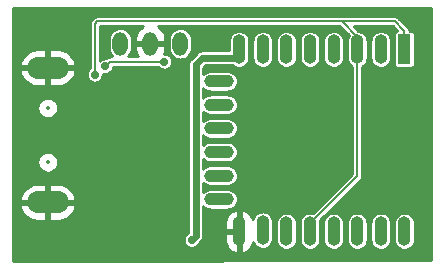
<source format=gbr>
%TF.GenerationSoftware,KiCad,Pcbnew,(5.1.10)-1*%
%TF.CreationDate,2021-10-24T22:50:07+08:00*%
%TF.ProjectId,ESP8266_Wakener,45535038-3236-4365-9f57-616b656e6572,rev?*%
%TF.SameCoordinates,Original*%
%TF.FileFunction,Copper,L2,Bot*%
%TF.FilePolarity,Positive*%
%FSLAX46Y46*%
G04 Gerber Fmt 4.6, Leading zero omitted, Abs format (unit mm)*
G04 Created by KiCad (PCBNEW (5.1.10)-1) date 2021-10-24 22:50:07*
%MOMM*%
%LPD*%
G01*
G04 APERTURE LIST*
%TA.AperFunction,ComponentPad*%
%ADD10O,3.500000X1.900000*%
%TD*%
%TA.AperFunction,ComponentPad*%
%ADD11O,1.300000X2.000000*%
%TD*%
%TA.AperFunction,ComponentPad*%
%ADD12O,2.500000X1.100000*%
%TD*%
%TA.AperFunction,ComponentPad*%
%ADD13O,1.100000X2.500000*%
%TD*%
%TA.AperFunction,ComponentPad*%
%ADD14R,1.100000X2.500000*%
%TD*%
%TA.AperFunction,ViaPad*%
%ADD15C,0.700000*%
%TD*%
%TA.AperFunction,Conductor*%
%ADD16C,0.200000*%
%TD*%
%TA.AperFunction,Conductor*%
%ADD17C,0.600000*%
%TD*%
%TA.AperFunction,Conductor*%
%ADD18C,0.254000*%
%TD*%
%TA.AperFunction,Conductor*%
%ADD19C,0.350000*%
%TD*%
%ADD20C,0.350000*%
%ADD21O,2.500000X0.900000*%
G04 APERTURE END LIST*
D10*
%TO.P,J1,5*%
%TO.N,GND*%
X87900000Y-92800000D03*
X87900000Y-104200000D03*
%TD*%
D11*
%TO.P,S1,3*%
%TO.N,N/C*%
X94042000Y-90774000D03*
%TO.P,S1,2*%
%TO.N,GND*%
X96582000Y-90774000D03*
%TO.P,S1,1*%
%TO.N,/SW*%
X99122000Y-90774000D03*
%TD*%
D12*
%TO.P,U2,22*%
%TO.N,N/C*%
X102410000Y-103938000D03*
%TO.P,U2,21*%
X102410000Y-101938000D03*
%TO.P,U2,20*%
X102410000Y-99938000D03*
%TO.P,U2,19*%
X102410000Y-97938000D03*
%TO.P,U2,18*%
X102410000Y-95938000D03*
%TO.P,U2,17*%
X102410000Y-93938000D03*
D13*
%TO.P,U2,16*%
X118110000Y-106648000D03*
%TO.P,U2,15*%
X116110000Y-106648000D03*
%TO.P,U2,14*%
X114110000Y-106648000D03*
%TO.P,U2,13*%
X112110000Y-106648000D03*
%TO.P,U2,12*%
%TO.N,/PULL_UP*%
X110110000Y-106648000D03*
%TO.P,U2,11*%
%TO.N,N/C*%
X108110000Y-106648000D03*
%TO.P,U2,10*%
%TO.N,Net-(R2-Pad2)*%
X106110000Y-106548000D03*
%TO.P,U2,9*%
%TO.N,GND*%
X104110000Y-106648000D03*
%TO.P,U2,8*%
%TO.N,/3.3V*%
X104110000Y-91248000D03*
%TO.P,U2,7*%
%TO.N,/SW*%
X106110000Y-91248000D03*
%TO.P,U2,6*%
%TO.N,N/C*%
X108110000Y-91248000D03*
%TO.P,U2,5*%
X110110000Y-91248000D03*
%TO.P,U2,4*%
X112110000Y-91248000D03*
%TO.P,U2,3*%
%TO.N,/PULL_UP*%
X114110000Y-91248000D03*
%TO.P,U2,2*%
%TO.N,N/C*%
X116110000Y-91248000D03*
D14*
%TO.P,U2,1*%
%TO.N,/PULL_UP*%
X118110000Y-91248000D03*
%TD*%
D15*
%TO.N,/PULL_UP*%
X91882000Y-93374000D03*
%TO.N,/3.3V*%
X92782000Y-92674000D03*
X97782000Y-92274000D03*
X100082000Y-107374000D03*
%TD*%
D16*
%TO.N,/PULL_UP*%
X91882000Y-93374000D02*
X91882000Y-89074000D01*
X91882000Y-89074000D02*
X92082000Y-88874000D01*
X92082000Y-88874000D02*
X112782000Y-88874000D01*
X114110000Y-90202000D02*
X114110000Y-91948000D01*
X112782000Y-88874000D02*
X114110000Y-90202000D01*
X114110000Y-101948000D02*
X110110000Y-105948000D01*
X114110000Y-91948000D02*
X114110000Y-101948000D01*
X112782000Y-88874000D02*
X117282000Y-88874000D01*
X118110000Y-89702000D02*
X118110000Y-91948000D01*
X117282000Y-88874000D02*
X118110000Y-89702000D01*
%TO.N,/3.3V*%
X93182000Y-92274000D02*
X97782000Y-92274000D01*
X92782000Y-92674000D02*
X93182000Y-92274000D01*
D17*
X100431999Y-107024001D02*
X100431999Y-92524001D01*
X100082000Y-107374000D02*
X100431999Y-107024001D01*
X101008000Y-91948000D02*
X104110000Y-91948000D01*
X100431999Y-92524001D02*
X101008000Y-91948000D01*
%TD*%
D18*
%TO.N,GND*%
X120355000Y-109120309D02*
X84934000Y-109121984D01*
X84934000Y-107307321D01*
X99405000Y-107307321D01*
X99405000Y-107440679D01*
X99431016Y-107571474D01*
X99482050Y-107694680D01*
X99556140Y-107805563D01*
X99650437Y-107899860D01*
X99761320Y-107973950D01*
X99884526Y-108024984D01*
X100015321Y-108051000D01*
X100148679Y-108051000D01*
X100279474Y-108024984D01*
X100402680Y-107973950D01*
X100513563Y-107899860D01*
X100607860Y-107805563D01*
X100681950Y-107694680D01*
X100705935Y-107636776D01*
X100853573Y-107489138D01*
X100877500Y-107469502D01*
X100955852Y-107374029D01*
X101014074Y-107265104D01*
X101049926Y-107146914D01*
X101058999Y-107054795D01*
X101058999Y-107054794D01*
X101062032Y-107024002D01*
X101058999Y-106993210D01*
X101058999Y-106775000D01*
X102925000Y-106775000D01*
X102925000Y-107475000D01*
X102972546Y-107703742D01*
X103063804Y-107918813D01*
X103195266Y-108111948D01*
X103361881Y-108275725D01*
X103557246Y-108403850D01*
X103773853Y-108491399D01*
X103800256Y-108491803D01*
X103983000Y-108366361D01*
X103983000Y-106775000D01*
X102925000Y-106775000D01*
X101058999Y-106775000D01*
X101058999Y-105821000D01*
X102925000Y-105821000D01*
X102925000Y-106521000D01*
X103983000Y-106521000D01*
X103983000Y-104929639D01*
X104237000Y-104929639D01*
X104237000Y-106521000D01*
X104257000Y-106521000D01*
X104257000Y-106775000D01*
X104237000Y-106775000D01*
X104237000Y-108366361D01*
X104419744Y-108491803D01*
X104446147Y-108491399D01*
X104662754Y-108403850D01*
X104858119Y-108275725D01*
X105024734Y-108111948D01*
X105156196Y-107918813D01*
X105247454Y-107703742D01*
X105281744Y-107538774D01*
X105295838Y-107585236D01*
X105377273Y-107737591D01*
X105486867Y-107871133D01*
X105620408Y-107980727D01*
X105772763Y-108062162D01*
X105938078Y-108112310D01*
X106110000Y-108129243D01*
X106281921Y-108112310D01*
X106447236Y-108062162D01*
X106599591Y-107980727D01*
X106733133Y-107871133D01*
X106842727Y-107737592D01*
X106924162Y-107585237D01*
X106974310Y-107419922D01*
X106977150Y-107391078D01*
X107233000Y-107391078D01*
X107245690Y-107519921D01*
X107295838Y-107685236D01*
X107377273Y-107837591D01*
X107486867Y-107971133D01*
X107620408Y-108080727D01*
X107772763Y-108162162D01*
X107938078Y-108212310D01*
X108110000Y-108229243D01*
X108281921Y-108212310D01*
X108447236Y-108162162D01*
X108599591Y-108080727D01*
X108733133Y-107971133D01*
X108842727Y-107837592D01*
X108924162Y-107685237D01*
X108974310Y-107519922D01*
X108987000Y-107391079D01*
X108987000Y-105904921D01*
X108974310Y-105776078D01*
X108924162Y-105610763D01*
X108842727Y-105458408D01*
X108733133Y-105324867D01*
X108599592Y-105215273D01*
X108447237Y-105133838D01*
X108281922Y-105083690D01*
X108110000Y-105066757D01*
X107938079Y-105083690D01*
X107772764Y-105133838D01*
X107620409Y-105215273D01*
X107486868Y-105324867D01*
X107377274Y-105458408D01*
X107295839Y-105610763D01*
X107245691Y-105776078D01*
X107233001Y-105904921D01*
X107233000Y-107391078D01*
X106977150Y-107391078D01*
X106987000Y-107291079D01*
X106987000Y-105804921D01*
X106974310Y-105676078D01*
X106924162Y-105510763D01*
X106842727Y-105358408D01*
X106733133Y-105224867D01*
X106599592Y-105115273D01*
X106447237Y-105033838D01*
X106281922Y-104983690D01*
X106110000Y-104966757D01*
X105938079Y-104983690D01*
X105772764Y-105033838D01*
X105620409Y-105115273D01*
X105486868Y-105224867D01*
X105377274Y-105358408D01*
X105295839Y-105510763D01*
X105257076Y-105638548D01*
X105247454Y-105592258D01*
X105156196Y-105377187D01*
X105024734Y-105184052D01*
X104858119Y-105020275D01*
X104662754Y-104892150D01*
X104446147Y-104804601D01*
X104419744Y-104804197D01*
X104237000Y-104929639D01*
X103983000Y-104929639D01*
X103800256Y-104804197D01*
X103773853Y-104804601D01*
X103557246Y-104892150D01*
X103361881Y-105020275D01*
X103195266Y-105184052D01*
X103063804Y-105377187D01*
X102972546Y-105592258D01*
X102925000Y-105821000D01*
X101058999Y-105821000D01*
X101058999Y-104527176D01*
X101086867Y-104561133D01*
X101220408Y-104670727D01*
X101372763Y-104752162D01*
X101538078Y-104802310D01*
X101666921Y-104815000D01*
X103153079Y-104815000D01*
X103281922Y-104802310D01*
X103447237Y-104752162D01*
X103599592Y-104670727D01*
X103733133Y-104561133D01*
X103842727Y-104427592D01*
X103924162Y-104275237D01*
X103974310Y-104109922D01*
X103991243Y-103938000D01*
X103974310Y-103766078D01*
X103924162Y-103600763D01*
X103842727Y-103448408D01*
X103733133Y-103314867D01*
X103599592Y-103205273D01*
X103447237Y-103123838D01*
X103281922Y-103073690D01*
X103153079Y-103061000D01*
X101666921Y-103061000D01*
X101538078Y-103073690D01*
X101372763Y-103123838D01*
X101220408Y-103205273D01*
X101086867Y-103314867D01*
X101058999Y-103348824D01*
X101058999Y-102527176D01*
X101086867Y-102561133D01*
X101220408Y-102670727D01*
X101372763Y-102752162D01*
X101538078Y-102802310D01*
X101666921Y-102815000D01*
X103153079Y-102815000D01*
X103281922Y-102802310D01*
X103447237Y-102752162D01*
X103599592Y-102670727D01*
X103733133Y-102561133D01*
X103842727Y-102427592D01*
X103924162Y-102275237D01*
X103974310Y-102109922D01*
X103991243Y-101938000D01*
X103974310Y-101766078D01*
X103924162Y-101600763D01*
X103842727Y-101448408D01*
X103733133Y-101314867D01*
X103599592Y-101205273D01*
X103447237Y-101123838D01*
X103281922Y-101073690D01*
X103153079Y-101061000D01*
X101666921Y-101061000D01*
X101538078Y-101073690D01*
X101372763Y-101123838D01*
X101220408Y-101205273D01*
X101086867Y-101314867D01*
X101058999Y-101348824D01*
X101058999Y-100527176D01*
X101086867Y-100561133D01*
X101220408Y-100670727D01*
X101372763Y-100752162D01*
X101538078Y-100802310D01*
X101666921Y-100815000D01*
X103153079Y-100815000D01*
X103281922Y-100802310D01*
X103447237Y-100752162D01*
X103599592Y-100670727D01*
X103733133Y-100561133D01*
X103842727Y-100427592D01*
X103924162Y-100275237D01*
X103974310Y-100109922D01*
X103991243Y-99938000D01*
X103974310Y-99766078D01*
X103924162Y-99600763D01*
X103842727Y-99448408D01*
X103733133Y-99314867D01*
X103599592Y-99205273D01*
X103447237Y-99123838D01*
X103281922Y-99073690D01*
X103153079Y-99061000D01*
X101666921Y-99061000D01*
X101538078Y-99073690D01*
X101372763Y-99123838D01*
X101220408Y-99205273D01*
X101086867Y-99314867D01*
X101058999Y-99348824D01*
X101058999Y-98527176D01*
X101086867Y-98561133D01*
X101220408Y-98670727D01*
X101372763Y-98752162D01*
X101538078Y-98802310D01*
X101666921Y-98815000D01*
X103153079Y-98815000D01*
X103281922Y-98802310D01*
X103447237Y-98752162D01*
X103599592Y-98670727D01*
X103733133Y-98561133D01*
X103842727Y-98427592D01*
X103924162Y-98275237D01*
X103974310Y-98109922D01*
X103991243Y-97938000D01*
X103974310Y-97766078D01*
X103924162Y-97600763D01*
X103842727Y-97448408D01*
X103733133Y-97314867D01*
X103599592Y-97205273D01*
X103447237Y-97123838D01*
X103281922Y-97073690D01*
X103153079Y-97061000D01*
X101666921Y-97061000D01*
X101538078Y-97073690D01*
X101372763Y-97123838D01*
X101220408Y-97205273D01*
X101086867Y-97314867D01*
X101058999Y-97348824D01*
X101058999Y-96527176D01*
X101086867Y-96561133D01*
X101220408Y-96670727D01*
X101372763Y-96752162D01*
X101538078Y-96802310D01*
X101666921Y-96815000D01*
X103153079Y-96815000D01*
X103281922Y-96802310D01*
X103447237Y-96752162D01*
X103599592Y-96670727D01*
X103733133Y-96561133D01*
X103842727Y-96427592D01*
X103924162Y-96275237D01*
X103974310Y-96109922D01*
X103991243Y-95938000D01*
X103974310Y-95766078D01*
X103924162Y-95600763D01*
X103842727Y-95448408D01*
X103733133Y-95314867D01*
X103599592Y-95205273D01*
X103447237Y-95123838D01*
X103281922Y-95073690D01*
X103153079Y-95061000D01*
X101666921Y-95061000D01*
X101538078Y-95073690D01*
X101372763Y-95123838D01*
X101220408Y-95205273D01*
X101086867Y-95314867D01*
X101058999Y-95348824D01*
X101058999Y-94527176D01*
X101086867Y-94561133D01*
X101220408Y-94670727D01*
X101372763Y-94752162D01*
X101538078Y-94802310D01*
X101666921Y-94815000D01*
X103153079Y-94815000D01*
X103281922Y-94802310D01*
X103447237Y-94752162D01*
X103599592Y-94670727D01*
X103733133Y-94561133D01*
X103842727Y-94427592D01*
X103924162Y-94275237D01*
X103974310Y-94109922D01*
X103991243Y-93938000D01*
X103974310Y-93766078D01*
X103924162Y-93600763D01*
X103842727Y-93448408D01*
X103733133Y-93314867D01*
X103599592Y-93205273D01*
X103447237Y-93123838D01*
X103281922Y-93073690D01*
X103153079Y-93061000D01*
X101666921Y-93061000D01*
X101538078Y-93073690D01*
X101372763Y-93123838D01*
X101220408Y-93205273D01*
X101086867Y-93314867D01*
X101058999Y-93348824D01*
X101058999Y-92783712D01*
X101267712Y-92575000D01*
X103491579Y-92575000D01*
X103620408Y-92680727D01*
X103772763Y-92762162D01*
X103938078Y-92812310D01*
X104110000Y-92829243D01*
X104281921Y-92812310D01*
X104447236Y-92762162D01*
X104599591Y-92680727D01*
X104733133Y-92571133D01*
X104842727Y-92437592D01*
X104924162Y-92285237D01*
X104974310Y-92119922D01*
X104987000Y-91991079D01*
X104987000Y-91991078D01*
X105233000Y-91991078D01*
X105245690Y-92119921D01*
X105295838Y-92285236D01*
X105377273Y-92437591D01*
X105486867Y-92571133D01*
X105620408Y-92680727D01*
X105772763Y-92762162D01*
X105938078Y-92812310D01*
X106110000Y-92829243D01*
X106281921Y-92812310D01*
X106447236Y-92762162D01*
X106599591Y-92680727D01*
X106733133Y-92571133D01*
X106842727Y-92437592D01*
X106924162Y-92285237D01*
X106974310Y-92119922D01*
X106987000Y-91991079D01*
X106987000Y-91991078D01*
X107233000Y-91991078D01*
X107245690Y-92119921D01*
X107295838Y-92285236D01*
X107377273Y-92437591D01*
X107486867Y-92571133D01*
X107620408Y-92680727D01*
X107772763Y-92762162D01*
X107938078Y-92812310D01*
X108110000Y-92829243D01*
X108281921Y-92812310D01*
X108447236Y-92762162D01*
X108599591Y-92680727D01*
X108733133Y-92571133D01*
X108842727Y-92437592D01*
X108924162Y-92285237D01*
X108974310Y-92119922D01*
X108987000Y-91991079D01*
X108987000Y-91991078D01*
X109233000Y-91991078D01*
X109245690Y-92119921D01*
X109295838Y-92285236D01*
X109377273Y-92437591D01*
X109486867Y-92571133D01*
X109620408Y-92680727D01*
X109772763Y-92762162D01*
X109938078Y-92812310D01*
X110110000Y-92829243D01*
X110281921Y-92812310D01*
X110447236Y-92762162D01*
X110599591Y-92680727D01*
X110733133Y-92571133D01*
X110842727Y-92437592D01*
X110924162Y-92285237D01*
X110974310Y-92119922D01*
X110987000Y-91991079D01*
X110987000Y-91991078D01*
X111233000Y-91991078D01*
X111245690Y-92119921D01*
X111295838Y-92285236D01*
X111377273Y-92437591D01*
X111486867Y-92571133D01*
X111620408Y-92680727D01*
X111772763Y-92762162D01*
X111938078Y-92812310D01*
X112110000Y-92829243D01*
X112281921Y-92812310D01*
X112447236Y-92762162D01*
X112599591Y-92680727D01*
X112733133Y-92571133D01*
X112842727Y-92437592D01*
X112924162Y-92285237D01*
X112974310Y-92119922D01*
X112987000Y-91991079D01*
X112987000Y-90504921D01*
X112974310Y-90376078D01*
X112924162Y-90210763D01*
X112842727Y-90058408D01*
X112733133Y-89924867D01*
X112599592Y-89815273D01*
X112447237Y-89733838D01*
X112281922Y-89683690D01*
X112110000Y-89666757D01*
X111938079Y-89683690D01*
X111772764Y-89733838D01*
X111620409Y-89815273D01*
X111486868Y-89924867D01*
X111377274Y-90058408D01*
X111295839Y-90210763D01*
X111245691Y-90376078D01*
X111233001Y-90504921D01*
X111233000Y-91991078D01*
X110987000Y-91991078D01*
X110987000Y-90504921D01*
X110974310Y-90376078D01*
X110924162Y-90210763D01*
X110842727Y-90058408D01*
X110733133Y-89924867D01*
X110599592Y-89815273D01*
X110447237Y-89733838D01*
X110281922Y-89683690D01*
X110110000Y-89666757D01*
X109938079Y-89683690D01*
X109772764Y-89733838D01*
X109620409Y-89815273D01*
X109486868Y-89924867D01*
X109377274Y-90058408D01*
X109295839Y-90210763D01*
X109245691Y-90376078D01*
X109233001Y-90504921D01*
X109233000Y-91991078D01*
X108987000Y-91991078D01*
X108987000Y-90504921D01*
X108974310Y-90376078D01*
X108924162Y-90210763D01*
X108842727Y-90058408D01*
X108733133Y-89924867D01*
X108599592Y-89815273D01*
X108447237Y-89733838D01*
X108281922Y-89683690D01*
X108110000Y-89666757D01*
X107938079Y-89683690D01*
X107772764Y-89733838D01*
X107620409Y-89815273D01*
X107486868Y-89924867D01*
X107377274Y-90058408D01*
X107295839Y-90210763D01*
X107245691Y-90376078D01*
X107233001Y-90504921D01*
X107233000Y-91991078D01*
X106987000Y-91991078D01*
X106987000Y-90504921D01*
X106974310Y-90376078D01*
X106924162Y-90210763D01*
X106842727Y-90058408D01*
X106733133Y-89924867D01*
X106599592Y-89815273D01*
X106447237Y-89733838D01*
X106281922Y-89683690D01*
X106110000Y-89666757D01*
X105938079Y-89683690D01*
X105772764Y-89733838D01*
X105620409Y-89815273D01*
X105486868Y-89924867D01*
X105377274Y-90058408D01*
X105295839Y-90210763D01*
X105245691Y-90376078D01*
X105233001Y-90504921D01*
X105233000Y-91991078D01*
X104987000Y-91991078D01*
X104987000Y-90504921D01*
X104974310Y-90376078D01*
X104924162Y-90210763D01*
X104842727Y-90058408D01*
X104733133Y-89924867D01*
X104599592Y-89815273D01*
X104447237Y-89733838D01*
X104281922Y-89683690D01*
X104110000Y-89666757D01*
X103938079Y-89683690D01*
X103772764Y-89733838D01*
X103620409Y-89815273D01*
X103486868Y-89924867D01*
X103377274Y-90058408D01*
X103295839Y-90210763D01*
X103245691Y-90376078D01*
X103233001Y-90504921D01*
X103233000Y-91321000D01*
X101038791Y-91321000D01*
X101007999Y-91317967D01*
X100977207Y-91321000D01*
X100977206Y-91321000D01*
X100885087Y-91330073D01*
X100766897Y-91365925D01*
X100657972Y-91424147D01*
X100562499Y-91502499D01*
X100542866Y-91526422D01*
X100010421Y-92058868D01*
X99986499Y-92078500D01*
X99908147Y-92173973D01*
X99890322Y-92207321D01*
X99849925Y-92282898D01*
X99814072Y-92401089D01*
X99801966Y-92524001D01*
X99805000Y-92554805D01*
X99804999Y-106755957D01*
X99761320Y-106774050D01*
X99650437Y-106848140D01*
X99556140Y-106942437D01*
X99482050Y-107053320D01*
X99431016Y-107176526D01*
X99405000Y-107307321D01*
X84934000Y-107307321D01*
X84934000Y-104572588D01*
X85559414Y-104572588D01*
X85587051Y-104689221D01*
X85711564Y-104974983D01*
X85889434Y-105230962D01*
X86113825Y-105447322D01*
X86376114Y-105615748D01*
X86666222Y-105729768D01*
X86973000Y-105785000D01*
X87773000Y-105785000D01*
X87773000Y-104327000D01*
X88027000Y-104327000D01*
X88027000Y-105785000D01*
X88827000Y-105785000D01*
X89133778Y-105729768D01*
X89423886Y-105615748D01*
X89686175Y-105447322D01*
X89910566Y-105230962D01*
X90088436Y-104974983D01*
X90212949Y-104689221D01*
X90240586Y-104572588D01*
X90120584Y-104327000D01*
X88027000Y-104327000D01*
X87773000Y-104327000D01*
X85679416Y-104327000D01*
X85559414Y-104572588D01*
X84934000Y-104572588D01*
X84934000Y-103827412D01*
X85559414Y-103827412D01*
X85679416Y-104073000D01*
X87773000Y-104073000D01*
X87773000Y-102615000D01*
X88027000Y-102615000D01*
X88027000Y-104073000D01*
X90120584Y-104073000D01*
X90240586Y-103827412D01*
X90212949Y-103710779D01*
X90088436Y-103425017D01*
X89910566Y-103169038D01*
X89686175Y-102952678D01*
X89423886Y-102784252D01*
X89133778Y-102670232D01*
X88827000Y-102615000D01*
X88027000Y-102615000D01*
X87773000Y-102615000D01*
X86973000Y-102615000D01*
X86666222Y-102670232D01*
X86376114Y-102784252D01*
X86113825Y-102952678D01*
X85889434Y-103169038D01*
X85711564Y-103425017D01*
X85587051Y-103710779D01*
X85559414Y-103827412D01*
X84934000Y-103827412D01*
X84934000Y-100713623D01*
X87023000Y-100713623D01*
X87023000Y-100886377D01*
X87056703Y-101055811D01*
X87122813Y-101215415D01*
X87218790Y-101359055D01*
X87340945Y-101481210D01*
X87484585Y-101577187D01*
X87644189Y-101643297D01*
X87813623Y-101677000D01*
X87986377Y-101677000D01*
X88155811Y-101643297D01*
X88315415Y-101577187D01*
X88459055Y-101481210D01*
X88581210Y-101359055D01*
X88677187Y-101215415D01*
X88743297Y-101055811D01*
X88777000Y-100886377D01*
X88777000Y-100713623D01*
X88743297Y-100544189D01*
X88677187Y-100384585D01*
X88581210Y-100240945D01*
X88459055Y-100118790D01*
X88315415Y-100022813D01*
X88155811Y-99956703D01*
X87986377Y-99923000D01*
X87813623Y-99923000D01*
X87644189Y-99956703D01*
X87484585Y-100022813D01*
X87340945Y-100118790D01*
X87218790Y-100240945D01*
X87122813Y-100384585D01*
X87056703Y-100544189D01*
X87023000Y-100713623D01*
X84934000Y-100713623D01*
X84934000Y-96113623D01*
X87023000Y-96113623D01*
X87023000Y-96286377D01*
X87056703Y-96455811D01*
X87122813Y-96615415D01*
X87218790Y-96759055D01*
X87340945Y-96881210D01*
X87484585Y-96977187D01*
X87644189Y-97043297D01*
X87813623Y-97077000D01*
X87986377Y-97077000D01*
X88155811Y-97043297D01*
X88315415Y-96977187D01*
X88459055Y-96881210D01*
X88581210Y-96759055D01*
X88677187Y-96615415D01*
X88743297Y-96455811D01*
X88777000Y-96286377D01*
X88777000Y-96113623D01*
X88743297Y-95944189D01*
X88677187Y-95784585D01*
X88581210Y-95640945D01*
X88459055Y-95518790D01*
X88315415Y-95422813D01*
X88155811Y-95356703D01*
X87986377Y-95323000D01*
X87813623Y-95323000D01*
X87644189Y-95356703D01*
X87484585Y-95422813D01*
X87340945Y-95518790D01*
X87218790Y-95640945D01*
X87122813Y-95784585D01*
X87056703Y-95944189D01*
X87023000Y-96113623D01*
X84934000Y-96113623D01*
X84934000Y-93172588D01*
X85559414Y-93172588D01*
X85587051Y-93289221D01*
X85711564Y-93574983D01*
X85889434Y-93830962D01*
X86113825Y-94047322D01*
X86376114Y-94215748D01*
X86666222Y-94329768D01*
X86973000Y-94385000D01*
X87773000Y-94385000D01*
X87773000Y-92927000D01*
X88027000Y-92927000D01*
X88027000Y-94385000D01*
X88827000Y-94385000D01*
X89133778Y-94329768D01*
X89423886Y-94215748D01*
X89686175Y-94047322D01*
X89910566Y-93830962D01*
X90088436Y-93574983D01*
X90205062Y-93307321D01*
X91205000Y-93307321D01*
X91205000Y-93440679D01*
X91231016Y-93571474D01*
X91282050Y-93694680D01*
X91356140Y-93805563D01*
X91450437Y-93899860D01*
X91561320Y-93973950D01*
X91684526Y-94024984D01*
X91815321Y-94051000D01*
X91948679Y-94051000D01*
X92079474Y-94024984D01*
X92202680Y-93973950D01*
X92313563Y-93899860D01*
X92407860Y-93805563D01*
X92481950Y-93694680D01*
X92532984Y-93571474D01*
X92559000Y-93440679D01*
X92559000Y-93314411D01*
X92584526Y-93324984D01*
X92715321Y-93351000D01*
X92848679Y-93351000D01*
X92979474Y-93324984D01*
X93102680Y-93273950D01*
X93213563Y-93199860D01*
X93307860Y-93105563D01*
X93381950Y-92994680D01*
X93432984Y-92871474D01*
X93459000Y-92740679D01*
X93459000Y-92701000D01*
X97253091Y-92701000D01*
X97256140Y-92705563D01*
X97350437Y-92799860D01*
X97461320Y-92873950D01*
X97584526Y-92924984D01*
X97715321Y-92951000D01*
X97848679Y-92951000D01*
X97979474Y-92924984D01*
X98102680Y-92873950D01*
X98213563Y-92799860D01*
X98307860Y-92705563D01*
X98381950Y-92594680D01*
X98432984Y-92471474D01*
X98459000Y-92340679D01*
X98459000Y-92207321D01*
X98432984Y-92076526D01*
X98381950Y-91953320D01*
X98307860Y-91842437D01*
X98213563Y-91748140D01*
X98102680Y-91674050D01*
X97979474Y-91623016D01*
X97848679Y-91597000D01*
X97777005Y-91597000D01*
X97817533Y-91499251D01*
X97867000Y-91251000D01*
X97867000Y-90901000D01*
X96709000Y-90901000D01*
X96709000Y-90921000D01*
X96455000Y-90921000D01*
X96455000Y-90901000D01*
X95297000Y-90901000D01*
X95297000Y-91251000D01*
X95346467Y-91499251D01*
X95443415Y-91733081D01*
X95519589Y-91847000D01*
X94701076Y-91847000D01*
X94736186Y-91818186D01*
X94858276Y-91669418D01*
X94948997Y-91499691D01*
X95004863Y-91315525D01*
X95019000Y-91171993D01*
X95019000Y-90376008D01*
X95004863Y-90232476D01*
X94948997Y-90048309D01*
X94858276Y-89878582D01*
X94736186Y-89729814D01*
X94587418Y-89607724D01*
X94417691Y-89517003D01*
X94233525Y-89461137D01*
X94042000Y-89442273D01*
X93850476Y-89461137D01*
X93666310Y-89517003D01*
X93496583Y-89607724D01*
X93347815Y-89729814D01*
X93225725Y-89878582D01*
X93135004Y-90048309D01*
X93079137Y-90232475D01*
X93065000Y-90376007D01*
X93065000Y-91171992D01*
X93079137Y-91315524D01*
X93135003Y-91499690D01*
X93225724Y-91669418D01*
X93347814Y-91818186D01*
X93382924Y-91847000D01*
X93202964Y-91847000D01*
X93181999Y-91844935D01*
X93161034Y-91847000D01*
X93161022Y-91847000D01*
X93098293Y-91853178D01*
X93017804Y-91877595D01*
X92987172Y-91893968D01*
X92943623Y-91917245D01*
X92894898Y-91957233D01*
X92894895Y-91957236D01*
X92878605Y-91970605D01*
X92865236Y-91986895D01*
X92854061Y-91998070D01*
X92848679Y-91997000D01*
X92715321Y-91997000D01*
X92584526Y-92023016D01*
X92461320Y-92074050D01*
X92350437Y-92148140D01*
X92309000Y-92189577D01*
X92309000Y-89301000D01*
X95949730Y-89301000D01*
X95763170Y-89425564D01*
X95584118Y-89604495D01*
X95443415Y-89814919D01*
X95346467Y-90048749D01*
X95297000Y-90297000D01*
X95297000Y-90647000D01*
X96455000Y-90647000D01*
X96455000Y-90627000D01*
X96709000Y-90627000D01*
X96709000Y-90647000D01*
X97867000Y-90647000D01*
X97867000Y-90376007D01*
X98145000Y-90376007D01*
X98145000Y-91171992D01*
X98159137Y-91315524D01*
X98215003Y-91499690D01*
X98305724Y-91669418D01*
X98427814Y-91818186D01*
X98576582Y-91940276D01*
X98746309Y-92030997D01*
X98930475Y-92086863D01*
X99122000Y-92105727D01*
X99313524Y-92086863D01*
X99497690Y-92030997D01*
X99667418Y-91940276D01*
X99816186Y-91818186D01*
X99938276Y-91669418D01*
X100028997Y-91499691D01*
X100084863Y-91315525D01*
X100099000Y-91171993D01*
X100099000Y-90376008D01*
X100084863Y-90232476D01*
X100028997Y-90048309D01*
X99938276Y-89878582D01*
X99816186Y-89729814D01*
X99667418Y-89607724D01*
X99497691Y-89517003D01*
X99313525Y-89461137D01*
X99122000Y-89442273D01*
X98930476Y-89461137D01*
X98746310Y-89517003D01*
X98576583Y-89607724D01*
X98427815Y-89729814D01*
X98305725Y-89878582D01*
X98215004Y-90048309D01*
X98159137Y-90232475D01*
X98145000Y-90376007D01*
X97867000Y-90376007D01*
X97867000Y-90297000D01*
X97817533Y-90048749D01*
X97720585Y-89814919D01*
X97579882Y-89604495D01*
X97400830Y-89425564D01*
X97214270Y-89301000D01*
X112605132Y-89301000D01*
X113372142Y-90068010D01*
X113295839Y-90210763D01*
X113245691Y-90376078D01*
X113233001Y-90504921D01*
X113233000Y-91991078D01*
X113245690Y-92119921D01*
X113295838Y-92285236D01*
X113377273Y-92437591D01*
X113486867Y-92571133D01*
X113620408Y-92680727D01*
X113683000Y-92714183D01*
X113683001Y-101771129D01*
X110349839Y-105104293D01*
X110281922Y-105083690D01*
X110110000Y-105066757D01*
X109938079Y-105083690D01*
X109772764Y-105133838D01*
X109620409Y-105215273D01*
X109486868Y-105324867D01*
X109377274Y-105458408D01*
X109295839Y-105610763D01*
X109245691Y-105776078D01*
X109233001Y-105904921D01*
X109233000Y-107391078D01*
X109245690Y-107519921D01*
X109295838Y-107685236D01*
X109377273Y-107837591D01*
X109486867Y-107971133D01*
X109620408Y-108080727D01*
X109772763Y-108162162D01*
X109938078Y-108212310D01*
X110110000Y-108229243D01*
X110281921Y-108212310D01*
X110447236Y-108162162D01*
X110599591Y-108080727D01*
X110733133Y-107971133D01*
X110842727Y-107837592D01*
X110924162Y-107685237D01*
X110974310Y-107519922D01*
X110987000Y-107391079D01*
X110987000Y-107391078D01*
X111233000Y-107391078D01*
X111245690Y-107519921D01*
X111295838Y-107685236D01*
X111377273Y-107837591D01*
X111486867Y-107971133D01*
X111620408Y-108080727D01*
X111772763Y-108162162D01*
X111938078Y-108212310D01*
X112110000Y-108229243D01*
X112281921Y-108212310D01*
X112447236Y-108162162D01*
X112599591Y-108080727D01*
X112733133Y-107971133D01*
X112842727Y-107837592D01*
X112924162Y-107685237D01*
X112974310Y-107519922D01*
X112987000Y-107391079D01*
X112987000Y-107391078D01*
X113233000Y-107391078D01*
X113245690Y-107519921D01*
X113295838Y-107685236D01*
X113377273Y-107837591D01*
X113486867Y-107971133D01*
X113620408Y-108080727D01*
X113772763Y-108162162D01*
X113938078Y-108212310D01*
X114110000Y-108229243D01*
X114281921Y-108212310D01*
X114447236Y-108162162D01*
X114599591Y-108080727D01*
X114733133Y-107971133D01*
X114842727Y-107837592D01*
X114924162Y-107685237D01*
X114974310Y-107519922D01*
X114987000Y-107391079D01*
X114987000Y-107391078D01*
X115233000Y-107391078D01*
X115245690Y-107519921D01*
X115295838Y-107685236D01*
X115377273Y-107837591D01*
X115486867Y-107971133D01*
X115620408Y-108080727D01*
X115772763Y-108162162D01*
X115938078Y-108212310D01*
X116110000Y-108229243D01*
X116281921Y-108212310D01*
X116447236Y-108162162D01*
X116599591Y-108080727D01*
X116733133Y-107971133D01*
X116842727Y-107837592D01*
X116924162Y-107685237D01*
X116974310Y-107519922D01*
X116987000Y-107391079D01*
X116987000Y-107391078D01*
X117233000Y-107391078D01*
X117245690Y-107519921D01*
X117295838Y-107685236D01*
X117377273Y-107837591D01*
X117486867Y-107971133D01*
X117620408Y-108080727D01*
X117772763Y-108162162D01*
X117938078Y-108212310D01*
X118110000Y-108229243D01*
X118281921Y-108212310D01*
X118447236Y-108162162D01*
X118599591Y-108080727D01*
X118733133Y-107971133D01*
X118842727Y-107837592D01*
X118924162Y-107685237D01*
X118974310Y-107519922D01*
X118987000Y-107391079D01*
X118987000Y-105904921D01*
X118974310Y-105776078D01*
X118924162Y-105610763D01*
X118842727Y-105458408D01*
X118733133Y-105324867D01*
X118599592Y-105215273D01*
X118447237Y-105133838D01*
X118281922Y-105083690D01*
X118110000Y-105066757D01*
X117938079Y-105083690D01*
X117772764Y-105133838D01*
X117620409Y-105215273D01*
X117486868Y-105324867D01*
X117377274Y-105458408D01*
X117295839Y-105610763D01*
X117245691Y-105776078D01*
X117233001Y-105904921D01*
X117233000Y-107391078D01*
X116987000Y-107391078D01*
X116987000Y-105904921D01*
X116974310Y-105776078D01*
X116924162Y-105610763D01*
X116842727Y-105458408D01*
X116733133Y-105324867D01*
X116599592Y-105215273D01*
X116447237Y-105133838D01*
X116281922Y-105083690D01*
X116110000Y-105066757D01*
X115938079Y-105083690D01*
X115772764Y-105133838D01*
X115620409Y-105215273D01*
X115486868Y-105324867D01*
X115377274Y-105458408D01*
X115295839Y-105610763D01*
X115245691Y-105776078D01*
X115233001Y-105904921D01*
X115233000Y-107391078D01*
X114987000Y-107391078D01*
X114987000Y-105904921D01*
X114974310Y-105776078D01*
X114924162Y-105610763D01*
X114842727Y-105458408D01*
X114733133Y-105324867D01*
X114599592Y-105215273D01*
X114447237Y-105133838D01*
X114281922Y-105083690D01*
X114110000Y-105066757D01*
X113938079Y-105083690D01*
X113772764Y-105133838D01*
X113620409Y-105215273D01*
X113486868Y-105324867D01*
X113377274Y-105458408D01*
X113295839Y-105610763D01*
X113245691Y-105776078D01*
X113233001Y-105904921D01*
X113233000Y-107391078D01*
X112987000Y-107391078D01*
X112987000Y-105904921D01*
X112974310Y-105776078D01*
X112924162Y-105610763D01*
X112842727Y-105458408D01*
X112733133Y-105324867D01*
X112599592Y-105215273D01*
X112447237Y-105133838D01*
X112281922Y-105083690D01*
X112110000Y-105066757D01*
X111938079Y-105083690D01*
X111772764Y-105133838D01*
X111620409Y-105215273D01*
X111486868Y-105324867D01*
X111377274Y-105458408D01*
X111295839Y-105610763D01*
X111245691Y-105776078D01*
X111233001Y-105904921D01*
X111233000Y-107391078D01*
X110987000Y-107391078D01*
X110987000Y-105904921D01*
X110974310Y-105776078D01*
X110953707Y-105708161D01*
X114397111Y-102264759D01*
X114413395Y-102251395D01*
X114426759Y-102235111D01*
X114426768Y-102235102D01*
X114466755Y-102186377D01*
X114506404Y-102112197D01*
X114506405Y-102112196D01*
X114530822Y-102031707D01*
X114537000Y-101968978D01*
X114537000Y-101968966D01*
X114539065Y-101948001D01*
X114537000Y-101927036D01*
X114537000Y-92714182D01*
X114599591Y-92680727D01*
X114733133Y-92571133D01*
X114842727Y-92437592D01*
X114924162Y-92285237D01*
X114974310Y-92119922D01*
X114987000Y-91991079D01*
X114987000Y-91991078D01*
X115233000Y-91991078D01*
X115245690Y-92119921D01*
X115295838Y-92285236D01*
X115377273Y-92437591D01*
X115486867Y-92571133D01*
X115620408Y-92680727D01*
X115772763Y-92762162D01*
X115938078Y-92812310D01*
X116110000Y-92829243D01*
X116281921Y-92812310D01*
X116447236Y-92762162D01*
X116599591Y-92680727D01*
X116733133Y-92571133D01*
X116842727Y-92437592D01*
X116924162Y-92285237D01*
X116974310Y-92119922D01*
X116987000Y-91991079D01*
X116987000Y-90504921D01*
X116974310Y-90376078D01*
X116924162Y-90210763D01*
X116842727Y-90058408D01*
X116733133Y-89924867D01*
X116599592Y-89815273D01*
X116447237Y-89733838D01*
X116281922Y-89683690D01*
X116110000Y-89666757D01*
X115938079Y-89683690D01*
X115772764Y-89733838D01*
X115620409Y-89815273D01*
X115486868Y-89924867D01*
X115377274Y-90058408D01*
X115295839Y-90210763D01*
X115245691Y-90376078D01*
X115233001Y-90504921D01*
X115233000Y-91991078D01*
X114987000Y-91991078D01*
X114987000Y-90504921D01*
X114974310Y-90376078D01*
X114924162Y-90210763D01*
X114842727Y-90058408D01*
X114733133Y-89924867D01*
X114599592Y-89815273D01*
X114447237Y-89733838D01*
X114281922Y-89683690D01*
X114186123Y-89674255D01*
X113812869Y-89301000D01*
X117105132Y-89301000D01*
X117483595Y-89679464D01*
X117434257Y-89694430D01*
X117377450Y-89724794D01*
X117327657Y-89765657D01*
X117286794Y-89815450D01*
X117256430Y-89872257D01*
X117237732Y-89933897D01*
X117231418Y-89998000D01*
X117231418Y-92498000D01*
X117237732Y-92562103D01*
X117256430Y-92623743D01*
X117286794Y-92680550D01*
X117327657Y-92730343D01*
X117377450Y-92771206D01*
X117434257Y-92801570D01*
X117495897Y-92820268D01*
X117560000Y-92826582D01*
X118660000Y-92826582D01*
X118724103Y-92820268D01*
X118785743Y-92801570D01*
X118842550Y-92771206D01*
X118892343Y-92730343D01*
X118933206Y-92680550D01*
X118963570Y-92623743D01*
X118982268Y-92562103D01*
X118988582Y-92498000D01*
X118988582Y-89998000D01*
X118982268Y-89933897D01*
X118963570Y-89872257D01*
X118933206Y-89815450D01*
X118892343Y-89765657D01*
X118842550Y-89724794D01*
X118785743Y-89694430D01*
X118724103Y-89675732D01*
X118660000Y-89669418D01*
X118535857Y-89669418D01*
X118530822Y-89618293D01*
X118506405Y-89537804D01*
X118466756Y-89463625D01*
X118466755Y-89463623D01*
X118426768Y-89414899D01*
X118426764Y-89414895D01*
X118413395Y-89398605D01*
X118397106Y-89385237D01*
X117598768Y-88586900D01*
X117585395Y-88570605D01*
X117520376Y-88517245D01*
X117446196Y-88477595D01*
X117365707Y-88453178D01*
X117302978Y-88447000D01*
X117302967Y-88447000D01*
X117282000Y-88444935D01*
X117261033Y-88447000D01*
X112802967Y-88447000D01*
X112782000Y-88444935D01*
X112761033Y-88447000D01*
X92102967Y-88447000D01*
X92082000Y-88444935D01*
X92061033Y-88447000D01*
X92061022Y-88447000D01*
X91998293Y-88453178D01*
X91917804Y-88477595D01*
X91894241Y-88490190D01*
X91843624Y-88517244D01*
X91796434Y-88555973D01*
X91778605Y-88570605D01*
X91765232Y-88586900D01*
X91594896Y-88757236D01*
X91578606Y-88770605D01*
X91565237Y-88786895D01*
X91565232Y-88786900D01*
X91525245Y-88835624D01*
X91485596Y-88909804D01*
X91461179Y-88990294D01*
X91452935Y-89074000D01*
X91455001Y-89094977D01*
X91455000Y-92845091D01*
X91450437Y-92848140D01*
X91356140Y-92942437D01*
X91282050Y-93053320D01*
X91231016Y-93176526D01*
X91205000Y-93307321D01*
X90205062Y-93307321D01*
X90212949Y-93289221D01*
X90240586Y-93172588D01*
X90120584Y-92927000D01*
X88027000Y-92927000D01*
X87773000Y-92927000D01*
X85679416Y-92927000D01*
X85559414Y-93172588D01*
X84934000Y-93172588D01*
X84934000Y-92427412D01*
X85559414Y-92427412D01*
X85679416Y-92673000D01*
X87773000Y-92673000D01*
X87773000Y-91215000D01*
X88027000Y-91215000D01*
X88027000Y-92673000D01*
X90120584Y-92673000D01*
X90240586Y-92427412D01*
X90212949Y-92310779D01*
X90088436Y-92025017D01*
X89910566Y-91769038D01*
X89686175Y-91552678D01*
X89423886Y-91384252D01*
X89133778Y-91270232D01*
X88827000Y-91215000D01*
X88027000Y-91215000D01*
X87773000Y-91215000D01*
X86973000Y-91215000D01*
X86666222Y-91270232D01*
X86376114Y-91384252D01*
X86113825Y-91552678D01*
X85889434Y-91769038D01*
X85711564Y-92025017D01*
X85587051Y-92310779D01*
X85559414Y-92427412D01*
X84934000Y-92427412D01*
X84934000Y-87727983D01*
X120355000Y-87726308D01*
X120355000Y-109120309D01*
%TA.AperFunction,Conductor*%
D19*
G36*
X120355000Y-109120309D02*
G01*
X84934000Y-109121984D01*
X84934000Y-107307321D01*
X99405000Y-107307321D01*
X99405000Y-107440679D01*
X99431016Y-107571474D01*
X99482050Y-107694680D01*
X99556140Y-107805563D01*
X99650437Y-107899860D01*
X99761320Y-107973950D01*
X99884526Y-108024984D01*
X100015321Y-108051000D01*
X100148679Y-108051000D01*
X100279474Y-108024984D01*
X100402680Y-107973950D01*
X100513563Y-107899860D01*
X100607860Y-107805563D01*
X100681950Y-107694680D01*
X100705935Y-107636776D01*
X100853573Y-107489138D01*
X100877500Y-107469502D01*
X100955852Y-107374029D01*
X101014074Y-107265104D01*
X101049926Y-107146914D01*
X101058999Y-107054795D01*
X101058999Y-107054794D01*
X101062032Y-107024002D01*
X101058999Y-106993210D01*
X101058999Y-106775000D01*
X102925000Y-106775000D01*
X102925000Y-107475000D01*
X102972546Y-107703742D01*
X103063804Y-107918813D01*
X103195266Y-108111948D01*
X103361881Y-108275725D01*
X103557246Y-108403850D01*
X103773853Y-108491399D01*
X103800256Y-108491803D01*
X103983000Y-108366361D01*
X103983000Y-106775000D01*
X102925000Y-106775000D01*
X101058999Y-106775000D01*
X101058999Y-105821000D01*
X102925000Y-105821000D01*
X102925000Y-106521000D01*
X103983000Y-106521000D01*
X103983000Y-104929639D01*
X104237000Y-104929639D01*
X104237000Y-106521000D01*
X104257000Y-106521000D01*
X104257000Y-106775000D01*
X104237000Y-106775000D01*
X104237000Y-108366361D01*
X104419744Y-108491803D01*
X104446147Y-108491399D01*
X104662754Y-108403850D01*
X104858119Y-108275725D01*
X105024734Y-108111948D01*
X105156196Y-107918813D01*
X105247454Y-107703742D01*
X105281744Y-107538774D01*
X105295838Y-107585236D01*
X105377273Y-107737591D01*
X105486867Y-107871133D01*
X105620408Y-107980727D01*
X105772763Y-108062162D01*
X105938078Y-108112310D01*
X106110000Y-108129243D01*
X106281921Y-108112310D01*
X106447236Y-108062162D01*
X106599591Y-107980727D01*
X106733133Y-107871133D01*
X106842727Y-107737592D01*
X106924162Y-107585237D01*
X106974310Y-107419922D01*
X106977150Y-107391078D01*
X107233000Y-107391078D01*
X107245690Y-107519921D01*
X107295838Y-107685236D01*
X107377273Y-107837591D01*
X107486867Y-107971133D01*
X107620408Y-108080727D01*
X107772763Y-108162162D01*
X107938078Y-108212310D01*
X108110000Y-108229243D01*
X108281921Y-108212310D01*
X108447236Y-108162162D01*
X108599591Y-108080727D01*
X108733133Y-107971133D01*
X108842727Y-107837592D01*
X108924162Y-107685237D01*
X108974310Y-107519922D01*
X108987000Y-107391079D01*
X108987000Y-105904921D01*
X108974310Y-105776078D01*
X108924162Y-105610763D01*
X108842727Y-105458408D01*
X108733133Y-105324867D01*
X108599592Y-105215273D01*
X108447237Y-105133838D01*
X108281922Y-105083690D01*
X108110000Y-105066757D01*
X107938079Y-105083690D01*
X107772764Y-105133838D01*
X107620409Y-105215273D01*
X107486868Y-105324867D01*
X107377274Y-105458408D01*
X107295839Y-105610763D01*
X107245691Y-105776078D01*
X107233001Y-105904921D01*
X107233000Y-107391078D01*
X106977150Y-107391078D01*
X106987000Y-107291079D01*
X106987000Y-105804921D01*
X106974310Y-105676078D01*
X106924162Y-105510763D01*
X106842727Y-105358408D01*
X106733133Y-105224867D01*
X106599592Y-105115273D01*
X106447237Y-105033838D01*
X106281922Y-104983690D01*
X106110000Y-104966757D01*
X105938079Y-104983690D01*
X105772764Y-105033838D01*
X105620409Y-105115273D01*
X105486868Y-105224867D01*
X105377274Y-105358408D01*
X105295839Y-105510763D01*
X105257076Y-105638548D01*
X105247454Y-105592258D01*
X105156196Y-105377187D01*
X105024734Y-105184052D01*
X104858119Y-105020275D01*
X104662754Y-104892150D01*
X104446147Y-104804601D01*
X104419744Y-104804197D01*
X104237000Y-104929639D01*
X103983000Y-104929639D01*
X103800256Y-104804197D01*
X103773853Y-104804601D01*
X103557246Y-104892150D01*
X103361881Y-105020275D01*
X103195266Y-105184052D01*
X103063804Y-105377187D01*
X102972546Y-105592258D01*
X102925000Y-105821000D01*
X101058999Y-105821000D01*
X101058999Y-104527176D01*
X101086867Y-104561133D01*
X101220408Y-104670727D01*
X101372763Y-104752162D01*
X101538078Y-104802310D01*
X101666921Y-104815000D01*
X103153079Y-104815000D01*
X103281922Y-104802310D01*
X103447237Y-104752162D01*
X103599592Y-104670727D01*
X103733133Y-104561133D01*
X103842727Y-104427592D01*
X103924162Y-104275237D01*
X103974310Y-104109922D01*
X103991243Y-103938000D01*
X103974310Y-103766078D01*
X103924162Y-103600763D01*
X103842727Y-103448408D01*
X103733133Y-103314867D01*
X103599592Y-103205273D01*
X103447237Y-103123838D01*
X103281922Y-103073690D01*
X103153079Y-103061000D01*
X101666921Y-103061000D01*
X101538078Y-103073690D01*
X101372763Y-103123838D01*
X101220408Y-103205273D01*
X101086867Y-103314867D01*
X101058999Y-103348824D01*
X101058999Y-102527176D01*
X101086867Y-102561133D01*
X101220408Y-102670727D01*
X101372763Y-102752162D01*
X101538078Y-102802310D01*
X101666921Y-102815000D01*
X103153079Y-102815000D01*
X103281922Y-102802310D01*
X103447237Y-102752162D01*
X103599592Y-102670727D01*
X103733133Y-102561133D01*
X103842727Y-102427592D01*
X103924162Y-102275237D01*
X103974310Y-102109922D01*
X103991243Y-101938000D01*
X103974310Y-101766078D01*
X103924162Y-101600763D01*
X103842727Y-101448408D01*
X103733133Y-101314867D01*
X103599592Y-101205273D01*
X103447237Y-101123838D01*
X103281922Y-101073690D01*
X103153079Y-101061000D01*
X101666921Y-101061000D01*
X101538078Y-101073690D01*
X101372763Y-101123838D01*
X101220408Y-101205273D01*
X101086867Y-101314867D01*
X101058999Y-101348824D01*
X101058999Y-100527176D01*
X101086867Y-100561133D01*
X101220408Y-100670727D01*
X101372763Y-100752162D01*
X101538078Y-100802310D01*
X101666921Y-100815000D01*
X103153079Y-100815000D01*
X103281922Y-100802310D01*
X103447237Y-100752162D01*
X103599592Y-100670727D01*
X103733133Y-100561133D01*
X103842727Y-100427592D01*
X103924162Y-100275237D01*
X103974310Y-100109922D01*
X103991243Y-99938000D01*
X103974310Y-99766078D01*
X103924162Y-99600763D01*
X103842727Y-99448408D01*
X103733133Y-99314867D01*
X103599592Y-99205273D01*
X103447237Y-99123838D01*
X103281922Y-99073690D01*
X103153079Y-99061000D01*
X101666921Y-99061000D01*
X101538078Y-99073690D01*
X101372763Y-99123838D01*
X101220408Y-99205273D01*
X101086867Y-99314867D01*
X101058999Y-99348824D01*
X101058999Y-98527176D01*
X101086867Y-98561133D01*
X101220408Y-98670727D01*
X101372763Y-98752162D01*
X101538078Y-98802310D01*
X101666921Y-98815000D01*
X103153079Y-98815000D01*
X103281922Y-98802310D01*
X103447237Y-98752162D01*
X103599592Y-98670727D01*
X103733133Y-98561133D01*
X103842727Y-98427592D01*
X103924162Y-98275237D01*
X103974310Y-98109922D01*
X103991243Y-97938000D01*
X103974310Y-97766078D01*
X103924162Y-97600763D01*
X103842727Y-97448408D01*
X103733133Y-97314867D01*
X103599592Y-97205273D01*
X103447237Y-97123838D01*
X103281922Y-97073690D01*
X103153079Y-97061000D01*
X101666921Y-97061000D01*
X101538078Y-97073690D01*
X101372763Y-97123838D01*
X101220408Y-97205273D01*
X101086867Y-97314867D01*
X101058999Y-97348824D01*
X101058999Y-96527176D01*
X101086867Y-96561133D01*
X101220408Y-96670727D01*
X101372763Y-96752162D01*
X101538078Y-96802310D01*
X101666921Y-96815000D01*
X103153079Y-96815000D01*
X103281922Y-96802310D01*
X103447237Y-96752162D01*
X103599592Y-96670727D01*
X103733133Y-96561133D01*
X103842727Y-96427592D01*
X103924162Y-96275237D01*
X103974310Y-96109922D01*
X103991243Y-95938000D01*
X103974310Y-95766078D01*
X103924162Y-95600763D01*
X103842727Y-95448408D01*
X103733133Y-95314867D01*
X103599592Y-95205273D01*
X103447237Y-95123838D01*
X103281922Y-95073690D01*
X103153079Y-95061000D01*
X101666921Y-95061000D01*
X101538078Y-95073690D01*
X101372763Y-95123838D01*
X101220408Y-95205273D01*
X101086867Y-95314867D01*
X101058999Y-95348824D01*
X101058999Y-94527176D01*
X101086867Y-94561133D01*
X101220408Y-94670727D01*
X101372763Y-94752162D01*
X101538078Y-94802310D01*
X101666921Y-94815000D01*
X103153079Y-94815000D01*
X103281922Y-94802310D01*
X103447237Y-94752162D01*
X103599592Y-94670727D01*
X103733133Y-94561133D01*
X103842727Y-94427592D01*
X103924162Y-94275237D01*
X103974310Y-94109922D01*
X103991243Y-93938000D01*
X103974310Y-93766078D01*
X103924162Y-93600763D01*
X103842727Y-93448408D01*
X103733133Y-93314867D01*
X103599592Y-93205273D01*
X103447237Y-93123838D01*
X103281922Y-93073690D01*
X103153079Y-93061000D01*
X101666921Y-93061000D01*
X101538078Y-93073690D01*
X101372763Y-93123838D01*
X101220408Y-93205273D01*
X101086867Y-93314867D01*
X101058999Y-93348824D01*
X101058999Y-92783712D01*
X101267712Y-92575000D01*
X103491579Y-92575000D01*
X103620408Y-92680727D01*
X103772763Y-92762162D01*
X103938078Y-92812310D01*
X104110000Y-92829243D01*
X104281921Y-92812310D01*
X104447236Y-92762162D01*
X104599591Y-92680727D01*
X104733133Y-92571133D01*
X104842727Y-92437592D01*
X104924162Y-92285237D01*
X104974310Y-92119922D01*
X104987000Y-91991079D01*
X104987000Y-91991078D01*
X105233000Y-91991078D01*
X105245690Y-92119921D01*
X105295838Y-92285236D01*
X105377273Y-92437591D01*
X105486867Y-92571133D01*
X105620408Y-92680727D01*
X105772763Y-92762162D01*
X105938078Y-92812310D01*
X106110000Y-92829243D01*
X106281921Y-92812310D01*
X106447236Y-92762162D01*
X106599591Y-92680727D01*
X106733133Y-92571133D01*
X106842727Y-92437592D01*
X106924162Y-92285237D01*
X106974310Y-92119922D01*
X106987000Y-91991079D01*
X106987000Y-91991078D01*
X107233000Y-91991078D01*
X107245690Y-92119921D01*
X107295838Y-92285236D01*
X107377273Y-92437591D01*
X107486867Y-92571133D01*
X107620408Y-92680727D01*
X107772763Y-92762162D01*
X107938078Y-92812310D01*
X108110000Y-92829243D01*
X108281921Y-92812310D01*
X108447236Y-92762162D01*
X108599591Y-92680727D01*
X108733133Y-92571133D01*
X108842727Y-92437592D01*
X108924162Y-92285237D01*
X108974310Y-92119922D01*
X108987000Y-91991079D01*
X108987000Y-91991078D01*
X109233000Y-91991078D01*
X109245690Y-92119921D01*
X109295838Y-92285236D01*
X109377273Y-92437591D01*
X109486867Y-92571133D01*
X109620408Y-92680727D01*
X109772763Y-92762162D01*
X109938078Y-92812310D01*
X110110000Y-92829243D01*
X110281921Y-92812310D01*
X110447236Y-92762162D01*
X110599591Y-92680727D01*
X110733133Y-92571133D01*
X110842727Y-92437592D01*
X110924162Y-92285237D01*
X110974310Y-92119922D01*
X110987000Y-91991079D01*
X110987000Y-91991078D01*
X111233000Y-91991078D01*
X111245690Y-92119921D01*
X111295838Y-92285236D01*
X111377273Y-92437591D01*
X111486867Y-92571133D01*
X111620408Y-92680727D01*
X111772763Y-92762162D01*
X111938078Y-92812310D01*
X112110000Y-92829243D01*
X112281921Y-92812310D01*
X112447236Y-92762162D01*
X112599591Y-92680727D01*
X112733133Y-92571133D01*
X112842727Y-92437592D01*
X112924162Y-92285237D01*
X112974310Y-92119922D01*
X112987000Y-91991079D01*
X112987000Y-90504921D01*
X112974310Y-90376078D01*
X112924162Y-90210763D01*
X112842727Y-90058408D01*
X112733133Y-89924867D01*
X112599592Y-89815273D01*
X112447237Y-89733838D01*
X112281922Y-89683690D01*
X112110000Y-89666757D01*
X111938079Y-89683690D01*
X111772764Y-89733838D01*
X111620409Y-89815273D01*
X111486868Y-89924867D01*
X111377274Y-90058408D01*
X111295839Y-90210763D01*
X111245691Y-90376078D01*
X111233001Y-90504921D01*
X111233000Y-91991078D01*
X110987000Y-91991078D01*
X110987000Y-90504921D01*
X110974310Y-90376078D01*
X110924162Y-90210763D01*
X110842727Y-90058408D01*
X110733133Y-89924867D01*
X110599592Y-89815273D01*
X110447237Y-89733838D01*
X110281922Y-89683690D01*
X110110000Y-89666757D01*
X109938079Y-89683690D01*
X109772764Y-89733838D01*
X109620409Y-89815273D01*
X109486868Y-89924867D01*
X109377274Y-90058408D01*
X109295839Y-90210763D01*
X109245691Y-90376078D01*
X109233001Y-90504921D01*
X109233000Y-91991078D01*
X108987000Y-91991078D01*
X108987000Y-90504921D01*
X108974310Y-90376078D01*
X108924162Y-90210763D01*
X108842727Y-90058408D01*
X108733133Y-89924867D01*
X108599592Y-89815273D01*
X108447237Y-89733838D01*
X108281922Y-89683690D01*
X108110000Y-89666757D01*
X107938079Y-89683690D01*
X107772764Y-89733838D01*
X107620409Y-89815273D01*
X107486868Y-89924867D01*
X107377274Y-90058408D01*
X107295839Y-90210763D01*
X107245691Y-90376078D01*
X107233001Y-90504921D01*
X107233000Y-91991078D01*
X106987000Y-91991078D01*
X106987000Y-90504921D01*
X106974310Y-90376078D01*
X106924162Y-90210763D01*
X106842727Y-90058408D01*
X106733133Y-89924867D01*
X106599592Y-89815273D01*
X106447237Y-89733838D01*
X106281922Y-89683690D01*
X106110000Y-89666757D01*
X105938079Y-89683690D01*
X105772764Y-89733838D01*
X105620409Y-89815273D01*
X105486868Y-89924867D01*
X105377274Y-90058408D01*
X105295839Y-90210763D01*
X105245691Y-90376078D01*
X105233001Y-90504921D01*
X105233000Y-91991078D01*
X104987000Y-91991078D01*
X104987000Y-90504921D01*
X104974310Y-90376078D01*
X104924162Y-90210763D01*
X104842727Y-90058408D01*
X104733133Y-89924867D01*
X104599592Y-89815273D01*
X104447237Y-89733838D01*
X104281922Y-89683690D01*
X104110000Y-89666757D01*
X103938079Y-89683690D01*
X103772764Y-89733838D01*
X103620409Y-89815273D01*
X103486868Y-89924867D01*
X103377274Y-90058408D01*
X103295839Y-90210763D01*
X103245691Y-90376078D01*
X103233001Y-90504921D01*
X103233000Y-91321000D01*
X101038791Y-91321000D01*
X101007999Y-91317967D01*
X100977207Y-91321000D01*
X100977206Y-91321000D01*
X100885087Y-91330073D01*
X100766897Y-91365925D01*
X100657972Y-91424147D01*
X100562499Y-91502499D01*
X100542866Y-91526422D01*
X100010421Y-92058868D01*
X99986499Y-92078500D01*
X99908147Y-92173973D01*
X99890322Y-92207321D01*
X99849925Y-92282898D01*
X99814072Y-92401089D01*
X99801966Y-92524001D01*
X99805000Y-92554805D01*
X99804999Y-106755957D01*
X99761320Y-106774050D01*
X99650437Y-106848140D01*
X99556140Y-106942437D01*
X99482050Y-107053320D01*
X99431016Y-107176526D01*
X99405000Y-107307321D01*
X84934000Y-107307321D01*
X84934000Y-104572588D01*
X85559414Y-104572588D01*
X85587051Y-104689221D01*
X85711564Y-104974983D01*
X85889434Y-105230962D01*
X86113825Y-105447322D01*
X86376114Y-105615748D01*
X86666222Y-105729768D01*
X86973000Y-105785000D01*
X87773000Y-105785000D01*
X87773000Y-104327000D01*
X88027000Y-104327000D01*
X88027000Y-105785000D01*
X88827000Y-105785000D01*
X89133778Y-105729768D01*
X89423886Y-105615748D01*
X89686175Y-105447322D01*
X89910566Y-105230962D01*
X90088436Y-104974983D01*
X90212949Y-104689221D01*
X90240586Y-104572588D01*
X90120584Y-104327000D01*
X88027000Y-104327000D01*
X87773000Y-104327000D01*
X85679416Y-104327000D01*
X85559414Y-104572588D01*
X84934000Y-104572588D01*
X84934000Y-103827412D01*
X85559414Y-103827412D01*
X85679416Y-104073000D01*
X87773000Y-104073000D01*
X87773000Y-102615000D01*
X88027000Y-102615000D01*
X88027000Y-104073000D01*
X90120584Y-104073000D01*
X90240586Y-103827412D01*
X90212949Y-103710779D01*
X90088436Y-103425017D01*
X89910566Y-103169038D01*
X89686175Y-102952678D01*
X89423886Y-102784252D01*
X89133778Y-102670232D01*
X88827000Y-102615000D01*
X88027000Y-102615000D01*
X87773000Y-102615000D01*
X86973000Y-102615000D01*
X86666222Y-102670232D01*
X86376114Y-102784252D01*
X86113825Y-102952678D01*
X85889434Y-103169038D01*
X85711564Y-103425017D01*
X85587051Y-103710779D01*
X85559414Y-103827412D01*
X84934000Y-103827412D01*
X84934000Y-100713623D01*
X87023000Y-100713623D01*
X87023000Y-100886377D01*
X87056703Y-101055811D01*
X87122813Y-101215415D01*
X87218790Y-101359055D01*
X87340945Y-101481210D01*
X87484585Y-101577187D01*
X87644189Y-101643297D01*
X87813623Y-101677000D01*
X87986377Y-101677000D01*
X88155811Y-101643297D01*
X88315415Y-101577187D01*
X88459055Y-101481210D01*
X88581210Y-101359055D01*
X88677187Y-101215415D01*
X88743297Y-101055811D01*
X88777000Y-100886377D01*
X88777000Y-100713623D01*
X88743297Y-100544189D01*
X88677187Y-100384585D01*
X88581210Y-100240945D01*
X88459055Y-100118790D01*
X88315415Y-100022813D01*
X88155811Y-99956703D01*
X87986377Y-99923000D01*
X87813623Y-99923000D01*
X87644189Y-99956703D01*
X87484585Y-100022813D01*
X87340945Y-100118790D01*
X87218790Y-100240945D01*
X87122813Y-100384585D01*
X87056703Y-100544189D01*
X87023000Y-100713623D01*
X84934000Y-100713623D01*
X84934000Y-96113623D01*
X87023000Y-96113623D01*
X87023000Y-96286377D01*
X87056703Y-96455811D01*
X87122813Y-96615415D01*
X87218790Y-96759055D01*
X87340945Y-96881210D01*
X87484585Y-96977187D01*
X87644189Y-97043297D01*
X87813623Y-97077000D01*
X87986377Y-97077000D01*
X88155811Y-97043297D01*
X88315415Y-96977187D01*
X88459055Y-96881210D01*
X88581210Y-96759055D01*
X88677187Y-96615415D01*
X88743297Y-96455811D01*
X88777000Y-96286377D01*
X88777000Y-96113623D01*
X88743297Y-95944189D01*
X88677187Y-95784585D01*
X88581210Y-95640945D01*
X88459055Y-95518790D01*
X88315415Y-95422813D01*
X88155811Y-95356703D01*
X87986377Y-95323000D01*
X87813623Y-95323000D01*
X87644189Y-95356703D01*
X87484585Y-95422813D01*
X87340945Y-95518790D01*
X87218790Y-95640945D01*
X87122813Y-95784585D01*
X87056703Y-95944189D01*
X87023000Y-96113623D01*
X84934000Y-96113623D01*
X84934000Y-93172588D01*
X85559414Y-93172588D01*
X85587051Y-93289221D01*
X85711564Y-93574983D01*
X85889434Y-93830962D01*
X86113825Y-94047322D01*
X86376114Y-94215748D01*
X86666222Y-94329768D01*
X86973000Y-94385000D01*
X87773000Y-94385000D01*
X87773000Y-92927000D01*
X88027000Y-92927000D01*
X88027000Y-94385000D01*
X88827000Y-94385000D01*
X89133778Y-94329768D01*
X89423886Y-94215748D01*
X89686175Y-94047322D01*
X89910566Y-93830962D01*
X90088436Y-93574983D01*
X90205062Y-93307321D01*
X91205000Y-93307321D01*
X91205000Y-93440679D01*
X91231016Y-93571474D01*
X91282050Y-93694680D01*
X91356140Y-93805563D01*
X91450437Y-93899860D01*
X91561320Y-93973950D01*
X91684526Y-94024984D01*
X91815321Y-94051000D01*
X91948679Y-94051000D01*
X92079474Y-94024984D01*
X92202680Y-93973950D01*
X92313563Y-93899860D01*
X92407860Y-93805563D01*
X92481950Y-93694680D01*
X92532984Y-93571474D01*
X92559000Y-93440679D01*
X92559000Y-93314411D01*
X92584526Y-93324984D01*
X92715321Y-93351000D01*
X92848679Y-93351000D01*
X92979474Y-93324984D01*
X93102680Y-93273950D01*
X93213563Y-93199860D01*
X93307860Y-93105563D01*
X93381950Y-92994680D01*
X93432984Y-92871474D01*
X93459000Y-92740679D01*
X93459000Y-92701000D01*
X97253091Y-92701000D01*
X97256140Y-92705563D01*
X97350437Y-92799860D01*
X97461320Y-92873950D01*
X97584526Y-92924984D01*
X97715321Y-92951000D01*
X97848679Y-92951000D01*
X97979474Y-92924984D01*
X98102680Y-92873950D01*
X98213563Y-92799860D01*
X98307860Y-92705563D01*
X98381950Y-92594680D01*
X98432984Y-92471474D01*
X98459000Y-92340679D01*
X98459000Y-92207321D01*
X98432984Y-92076526D01*
X98381950Y-91953320D01*
X98307860Y-91842437D01*
X98213563Y-91748140D01*
X98102680Y-91674050D01*
X97979474Y-91623016D01*
X97848679Y-91597000D01*
X97777005Y-91597000D01*
X97817533Y-91499251D01*
X97867000Y-91251000D01*
X97867000Y-90901000D01*
X96709000Y-90901000D01*
X96709000Y-90921000D01*
X96455000Y-90921000D01*
X96455000Y-90901000D01*
X95297000Y-90901000D01*
X95297000Y-91251000D01*
X95346467Y-91499251D01*
X95443415Y-91733081D01*
X95519589Y-91847000D01*
X94701076Y-91847000D01*
X94736186Y-91818186D01*
X94858276Y-91669418D01*
X94948997Y-91499691D01*
X95004863Y-91315525D01*
X95019000Y-91171993D01*
X95019000Y-90376008D01*
X95004863Y-90232476D01*
X94948997Y-90048309D01*
X94858276Y-89878582D01*
X94736186Y-89729814D01*
X94587418Y-89607724D01*
X94417691Y-89517003D01*
X94233525Y-89461137D01*
X94042000Y-89442273D01*
X93850476Y-89461137D01*
X93666310Y-89517003D01*
X93496583Y-89607724D01*
X93347815Y-89729814D01*
X93225725Y-89878582D01*
X93135004Y-90048309D01*
X93079137Y-90232475D01*
X93065000Y-90376007D01*
X93065000Y-91171992D01*
X93079137Y-91315524D01*
X93135003Y-91499690D01*
X93225724Y-91669418D01*
X93347814Y-91818186D01*
X93382924Y-91847000D01*
X93202964Y-91847000D01*
X93181999Y-91844935D01*
X93161034Y-91847000D01*
X93161022Y-91847000D01*
X93098293Y-91853178D01*
X93017804Y-91877595D01*
X92987172Y-91893968D01*
X92943623Y-91917245D01*
X92894898Y-91957233D01*
X92894895Y-91957236D01*
X92878605Y-91970605D01*
X92865236Y-91986895D01*
X92854061Y-91998070D01*
X92848679Y-91997000D01*
X92715321Y-91997000D01*
X92584526Y-92023016D01*
X92461320Y-92074050D01*
X92350437Y-92148140D01*
X92309000Y-92189577D01*
X92309000Y-89301000D01*
X95949730Y-89301000D01*
X95763170Y-89425564D01*
X95584118Y-89604495D01*
X95443415Y-89814919D01*
X95346467Y-90048749D01*
X95297000Y-90297000D01*
X95297000Y-90647000D01*
X96455000Y-90647000D01*
X96455000Y-90627000D01*
X96709000Y-90627000D01*
X96709000Y-90647000D01*
X97867000Y-90647000D01*
X97867000Y-90376007D01*
X98145000Y-90376007D01*
X98145000Y-91171992D01*
X98159137Y-91315524D01*
X98215003Y-91499690D01*
X98305724Y-91669418D01*
X98427814Y-91818186D01*
X98576582Y-91940276D01*
X98746309Y-92030997D01*
X98930475Y-92086863D01*
X99122000Y-92105727D01*
X99313524Y-92086863D01*
X99497690Y-92030997D01*
X99667418Y-91940276D01*
X99816186Y-91818186D01*
X99938276Y-91669418D01*
X100028997Y-91499691D01*
X100084863Y-91315525D01*
X100099000Y-91171993D01*
X100099000Y-90376008D01*
X100084863Y-90232476D01*
X100028997Y-90048309D01*
X99938276Y-89878582D01*
X99816186Y-89729814D01*
X99667418Y-89607724D01*
X99497691Y-89517003D01*
X99313525Y-89461137D01*
X99122000Y-89442273D01*
X98930476Y-89461137D01*
X98746310Y-89517003D01*
X98576583Y-89607724D01*
X98427815Y-89729814D01*
X98305725Y-89878582D01*
X98215004Y-90048309D01*
X98159137Y-90232475D01*
X98145000Y-90376007D01*
X97867000Y-90376007D01*
X97867000Y-90297000D01*
X97817533Y-90048749D01*
X97720585Y-89814919D01*
X97579882Y-89604495D01*
X97400830Y-89425564D01*
X97214270Y-89301000D01*
X112605132Y-89301000D01*
X113372142Y-90068010D01*
X113295839Y-90210763D01*
X113245691Y-90376078D01*
X113233001Y-90504921D01*
X113233000Y-91991078D01*
X113245690Y-92119921D01*
X113295838Y-92285236D01*
X113377273Y-92437591D01*
X113486867Y-92571133D01*
X113620408Y-92680727D01*
X113683000Y-92714183D01*
X113683001Y-101771129D01*
X110349839Y-105104293D01*
X110281922Y-105083690D01*
X110110000Y-105066757D01*
X109938079Y-105083690D01*
X109772764Y-105133838D01*
X109620409Y-105215273D01*
X109486868Y-105324867D01*
X109377274Y-105458408D01*
X109295839Y-105610763D01*
X109245691Y-105776078D01*
X109233001Y-105904921D01*
X109233000Y-107391078D01*
X109245690Y-107519921D01*
X109295838Y-107685236D01*
X109377273Y-107837591D01*
X109486867Y-107971133D01*
X109620408Y-108080727D01*
X109772763Y-108162162D01*
X109938078Y-108212310D01*
X110110000Y-108229243D01*
X110281921Y-108212310D01*
X110447236Y-108162162D01*
X110599591Y-108080727D01*
X110733133Y-107971133D01*
X110842727Y-107837592D01*
X110924162Y-107685237D01*
X110974310Y-107519922D01*
X110987000Y-107391079D01*
X110987000Y-107391078D01*
X111233000Y-107391078D01*
X111245690Y-107519921D01*
X111295838Y-107685236D01*
X111377273Y-107837591D01*
X111486867Y-107971133D01*
X111620408Y-108080727D01*
X111772763Y-108162162D01*
X111938078Y-108212310D01*
X112110000Y-108229243D01*
X112281921Y-108212310D01*
X112447236Y-108162162D01*
X112599591Y-108080727D01*
X112733133Y-107971133D01*
X112842727Y-107837592D01*
X112924162Y-107685237D01*
X112974310Y-107519922D01*
X112987000Y-107391079D01*
X112987000Y-107391078D01*
X113233000Y-107391078D01*
X113245690Y-107519921D01*
X113295838Y-107685236D01*
X113377273Y-107837591D01*
X113486867Y-107971133D01*
X113620408Y-108080727D01*
X113772763Y-108162162D01*
X113938078Y-108212310D01*
X114110000Y-108229243D01*
X114281921Y-108212310D01*
X114447236Y-108162162D01*
X114599591Y-108080727D01*
X114733133Y-107971133D01*
X114842727Y-107837592D01*
X114924162Y-107685237D01*
X114974310Y-107519922D01*
X114987000Y-107391079D01*
X114987000Y-107391078D01*
X115233000Y-107391078D01*
X115245690Y-107519921D01*
X115295838Y-107685236D01*
X115377273Y-107837591D01*
X115486867Y-107971133D01*
X115620408Y-108080727D01*
X115772763Y-108162162D01*
X115938078Y-108212310D01*
X116110000Y-108229243D01*
X116281921Y-108212310D01*
X116447236Y-108162162D01*
X116599591Y-108080727D01*
X116733133Y-107971133D01*
X116842727Y-107837592D01*
X116924162Y-107685237D01*
X116974310Y-107519922D01*
X116987000Y-107391079D01*
X116987000Y-107391078D01*
X117233000Y-107391078D01*
X117245690Y-107519921D01*
X117295838Y-107685236D01*
X117377273Y-107837591D01*
X117486867Y-107971133D01*
X117620408Y-108080727D01*
X117772763Y-108162162D01*
X117938078Y-108212310D01*
X118110000Y-108229243D01*
X118281921Y-108212310D01*
X118447236Y-108162162D01*
X118599591Y-108080727D01*
X118733133Y-107971133D01*
X118842727Y-107837592D01*
X118924162Y-107685237D01*
X118974310Y-107519922D01*
X118987000Y-107391079D01*
X118987000Y-105904921D01*
X118974310Y-105776078D01*
X118924162Y-105610763D01*
X118842727Y-105458408D01*
X118733133Y-105324867D01*
X118599592Y-105215273D01*
X118447237Y-105133838D01*
X118281922Y-105083690D01*
X118110000Y-105066757D01*
X117938079Y-105083690D01*
X117772764Y-105133838D01*
X117620409Y-105215273D01*
X117486868Y-105324867D01*
X117377274Y-105458408D01*
X117295839Y-105610763D01*
X117245691Y-105776078D01*
X117233001Y-105904921D01*
X117233000Y-107391078D01*
X116987000Y-107391078D01*
X116987000Y-105904921D01*
X116974310Y-105776078D01*
X116924162Y-105610763D01*
X116842727Y-105458408D01*
X116733133Y-105324867D01*
X116599592Y-105215273D01*
X116447237Y-105133838D01*
X116281922Y-105083690D01*
X116110000Y-105066757D01*
X115938079Y-105083690D01*
X115772764Y-105133838D01*
X115620409Y-105215273D01*
X115486868Y-105324867D01*
X115377274Y-105458408D01*
X115295839Y-105610763D01*
X115245691Y-105776078D01*
X115233001Y-105904921D01*
X115233000Y-107391078D01*
X114987000Y-107391078D01*
X114987000Y-105904921D01*
X114974310Y-105776078D01*
X114924162Y-105610763D01*
X114842727Y-105458408D01*
X114733133Y-105324867D01*
X114599592Y-105215273D01*
X114447237Y-105133838D01*
X114281922Y-105083690D01*
X114110000Y-105066757D01*
X113938079Y-105083690D01*
X113772764Y-105133838D01*
X113620409Y-105215273D01*
X113486868Y-105324867D01*
X113377274Y-105458408D01*
X113295839Y-105610763D01*
X113245691Y-105776078D01*
X113233001Y-105904921D01*
X113233000Y-107391078D01*
X112987000Y-107391078D01*
X112987000Y-105904921D01*
X112974310Y-105776078D01*
X112924162Y-105610763D01*
X112842727Y-105458408D01*
X112733133Y-105324867D01*
X112599592Y-105215273D01*
X112447237Y-105133838D01*
X112281922Y-105083690D01*
X112110000Y-105066757D01*
X111938079Y-105083690D01*
X111772764Y-105133838D01*
X111620409Y-105215273D01*
X111486868Y-105324867D01*
X111377274Y-105458408D01*
X111295839Y-105610763D01*
X111245691Y-105776078D01*
X111233001Y-105904921D01*
X111233000Y-107391078D01*
X110987000Y-107391078D01*
X110987000Y-105904921D01*
X110974310Y-105776078D01*
X110953707Y-105708161D01*
X114397111Y-102264759D01*
X114413395Y-102251395D01*
X114426759Y-102235111D01*
X114426768Y-102235102D01*
X114466755Y-102186377D01*
X114506404Y-102112197D01*
X114506405Y-102112196D01*
X114530822Y-102031707D01*
X114537000Y-101968978D01*
X114537000Y-101968966D01*
X114539065Y-101948001D01*
X114537000Y-101927036D01*
X114537000Y-92714182D01*
X114599591Y-92680727D01*
X114733133Y-92571133D01*
X114842727Y-92437592D01*
X114924162Y-92285237D01*
X114974310Y-92119922D01*
X114987000Y-91991079D01*
X114987000Y-91991078D01*
X115233000Y-91991078D01*
X115245690Y-92119921D01*
X115295838Y-92285236D01*
X115377273Y-92437591D01*
X115486867Y-92571133D01*
X115620408Y-92680727D01*
X115772763Y-92762162D01*
X115938078Y-92812310D01*
X116110000Y-92829243D01*
X116281921Y-92812310D01*
X116447236Y-92762162D01*
X116599591Y-92680727D01*
X116733133Y-92571133D01*
X116842727Y-92437592D01*
X116924162Y-92285237D01*
X116974310Y-92119922D01*
X116987000Y-91991079D01*
X116987000Y-90504921D01*
X116974310Y-90376078D01*
X116924162Y-90210763D01*
X116842727Y-90058408D01*
X116733133Y-89924867D01*
X116599592Y-89815273D01*
X116447237Y-89733838D01*
X116281922Y-89683690D01*
X116110000Y-89666757D01*
X115938079Y-89683690D01*
X115772764Y-89733838D01*
X115620409Y-89815273D01*
X115486868Y-89924867D01*
X115377274Y-90058408D01*
X115295839Y-90210763D01*
X115245691Y-90376078D01*
X115233001Y-90504921D01*
X115233000Y-91991078D01*
X114987000Y-91991078D01*
X114987000Y-90504921D01*
X114974310Y-90376078D01*
X114924162Y-90210763D01*
X114842727Y-90058408D01*
X114733133Y-89924867D01*
X114599592Y-89815273D01*
X114447237Y-89733838D01*
X114281922Y-89683690D01*
X114186123Y-89674255D01*
X113812869Y-89301000D01*
X117105132Y-89301000D01*
X117483595Y-89679464D01*
X117434257Y-89694430D01*
X117377450Y-89724794D01*
X117327657Y-89765657D01*
X117286794Y-89815450D01*
X117256430Y-89872257D01*
X117237732Y-89933897D01*
X117231418Y-89998000D01*
X117231418Y-92498000D01*
X117237732Y-92562103D01*
X117256430Y-92623743D01*
X117286794Y-92680550D01*
X117327657Y-92730343D01*
X117377450Y-92771206D01*
X117434257Y-92801570D01*
X117495897Y-92820268D01*
X117560000Y-92826582D01*
X118660000Y-92826582D01*
X118724103Y-92820268D01*
X118785743Y-92801570D01*
X118842550Y-92771206D01*
X118892343Y-92730343D01*
X118933206Y-92680550D01*
X118963570Y-92623743D01*
X118982268Y-92562103D01*
X118988582Y-92498000D01*
X118988582Y-89998000D01*
X118982268Y-89933897D01*
X118963570Y-89872257D01*
X118933206Y-89815450D01*
X118892343Y-89765657D01*
X118842550Y-89724794D01*
X118785743Y-89694430D01*
X118724103Y-89675732D01*
X118660000Y-89669418D01*
X118535857Y-89669418D01*
X118530822Y-89618293D01*
X118506405Y-89537804D01*
X118466756Y-89463625D01*
X118466755Y-89463623D01*
X118426768Y-89414899D01*
X118426764Y-89414895D01*
X118413395Y-89398605D01*
X118397106Y-89385237D01*
X117598768Y-88586900D01*
X117585395Y-88570605D01*
X117520376Y-88517245D01*
X117446196Y-88477595D01*
X117365707Y-88453178D01*
X117302978Y-88447000D01*
X117302967Y-88447000D01*
X117282000Y-88444935D01*
X117261033Y-88447000D01*
X112802967Y-88447000D01*
X112782000Y-88444935D01*
X112761033Y-88447000D01*
X92102967Y-88447000D01*
X92082000Y-88444935D01*
X92061033Y-88447000D01*
X92061022Y-88447000D01*
X91998293Y-88453178D01*
X91917804Y-88477595D01*
X91894241Y-88490190D01*
X91843624Y-88517244D01*
X91796434Y-88555973D01*
X91778605Y-88570605D01*
X91765232Y-88586900D01*
X91594896Y-88757236D01*
X91578606Y-88770605D01*
X91565237Y-88786895D01*
X91565232Y-88786900D01*
X91525245Y-88835624D01*
X91485596Y-88909804D01*
X91461179Y-88990294D01*
X91452935Y-89074000D01*
X91455001Y-89094977D01*
X91455000Y-92845091D01*
X91450437Y-92848140D01*
X91356140Y-92942437D01*
X91282050Y-93053320D01*
X91231016Y-93176526D01*
X91205000Y-93307321D01*
X90205062Y-93307321D01*
X90212949Y-93289221D01*
X90240586Y-93172588D01*
X90120584Y-92927000D01*
X88027000Y-92927000D01*
X87773000Y-92927000D01*
X85679416Y-92927000D01*
X85559414Y-93172588D01*
X84934000Y-93172588D01*
X84934000Y-92427412D01*
X85559414Y-92427412D01*
X85679416Y-92673000D01*
X87773000Y-92673000D01*
X87773000Y-91215000D01*
X88027000Y-91215000D01*
X88027000Y-92673000D01*
X90120584Y-92673000D01*
X90240586Y-92427412D01*
X90212949Y-92310779D01*
X90088436Y-92025017D01*
X89910566Y-91769038D01*
X89686175Y-91552678D01*
X89423886Y-91384252D01*
X89133778Y-91270232D01*
X88827000Y-91215000D01*
X88027000Y-91215000D01*
X87773000Y-91215000D01*
X86973000Y-91215000D01*
X86666222Y-91270232D01*
X86376114Y-91384252D01*
X86113825Y-91552678D01*
X85889434Y-91769038D01*
X85711564Y-92025017D01*
X85587051Y-92310779D01*
X85559414Y-92427412D01*
X84934000Y-92427412D01*
X84934000Y-87727983D01*
X120355000Y-87726308D01*
X120355000Y-109120309D01*
G37*
%TD.AperFunction*%
%TD*%
D20*
X91882000Y-93374000D03*
X92782000Y-92674000D03*
X97782000Y-92274000D03*
X100082000Y-107374000D03*
X87900000Y-96200000D03*
X87900000Y-100800000D03*
D21*
X87900000Y-92800000D03*
X87900000Y-104200000D03*
D20*
X94042000Y-90774000D03*
X96582000Y-90774000D03*
X99122000Y-90774000D03*
X103110000Y-103938000D03*
X103110000Y-101938000D03*
X103110000Y-99938000D03*
X103110000Y-97938000D03*
X103110000Y-95938000D03*
X103110000Y-93938000D03*
X118110000Y-105948000D03*
X116110000Y-105948000D03*
X114110000Y-105948000D03*
X112110000Y-105948000D03*
X110110000Y-105948000D03*
X108110000Y-105948000D03*
X106110000Y-105948000D03*
X104110000Y-105948000D03*
X104110000Y-91948000D03*
X106110000Y-91948000D03*
X108110000Y-91948000D03*
X110110000Y-91948000D03*
X112110000Y-91948000D03*
X114110000Y-91948000D03*
X116110000Y-91948000D03*
X118110000Y-91948000D03*
M02*

</source>
